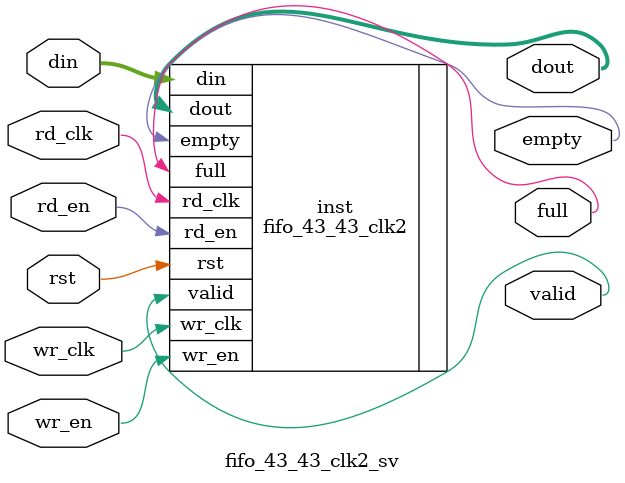
<source format=sv>


`timescale 1ps / 1ps

`include "vivado_interfaces.svh"

module fifo_43_43_clk2_sv (
  (* X_INTERFACE_IGNORE = "true" *)
  input wire rst,
  (* X_INTERFACE_IGNORE = "true" *)
  input wire wr_clk,
  (* X_INTERFACE_IGNORE = "true" *)
  input wire rd_clk,
  (* X_INTERFACE_IGNORE = "true" *)
  input wire [42:0] din,
  (* X_INTERFACE_IGNORE = "true" *)
  input wire wr_en,
  (* X_INTERFACE_IGNORE = "true" *)
  input wire rd_en,
  (* X_INTERFACE_IGNORE = "true" *)
  output wire [42:0] dout,
  (* X_INTERFACE_IGNORE = "true" *)
  output wire full,
  (* X_INTERFACE_IGNORE = "true" *)
  output wire empty,
  (* X_INTERFACE_IGNORE = "true" *)
  output wire valid
);

  fifo_43_43_clk2 inst (
    .rst(rst),
    .wr_clk(wr_clk),
    .rd_clk(rd_clk),
    .din(din),
    .wr_en(wr_en),
    .rd_en(rd_en),
    .dout(dout),
    .full(full),
    .empty(empty),
    .valid(valid)
  );

endmodule

</source>
